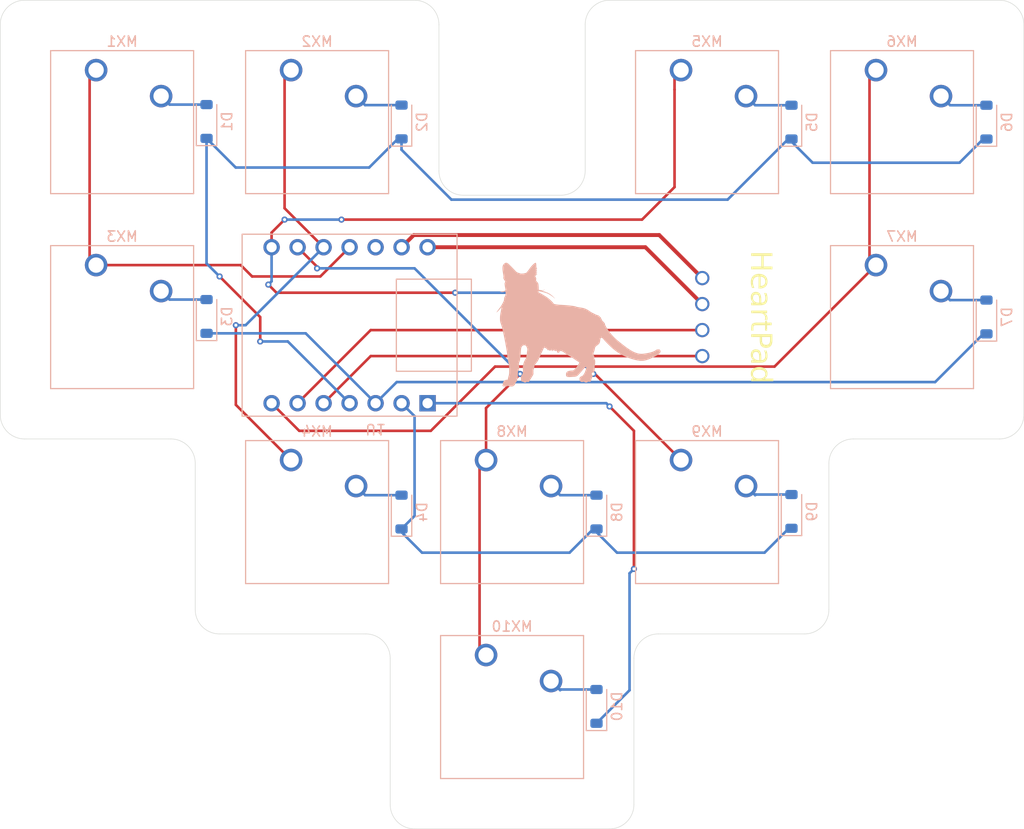
<source format=kicad_pcb>
(kicad_pcb (version 20240108) (generator "pcbnew") (generator_version "8.0")
  (layers (0 "F.Cu" signal) (31 "B.Cu" signal) (34 "B.Paste" user) (35 "F.Paste" user) (36 "B.SilkS" user "B.Silkscreen") (37 "F.SilkS" user "F.Silkscreen") (38 "B.Mask" user) (39 "F.Mask" user) (44 "Edge.Cuts" user))
  (net 0 "")
  (net 1 "ROW 0")
  (net 2 "Net-(D1-A)")
  (net 3 "Net-(D2-A)")
  (net 4 "ROW 1")
  (net 5 "Net-(D3-A)")
  (net 6 "Net-(D4-A)")
  (net 7 "ROW 2")
  (net 8 "Net-(D5-A)")
  (net 9 "Net-(D6-A)")
  (net 10 "Net-(D7-A)")
  (net 11 "Net-(D8-A)")
  (net 12 "Net-(D9-A)")
  (net 13 "ROW 3")
  (net 14 "Net-(D10-A)")
  (net 15 "VCC")
  (net 16 "COL 0")
  (net 17 "COL 1")
  (net 18 "COL 3")
  (net 19 "COL 4")
  (net 20 "COL 2")
  (net 21 "GND")
  (net 23 "Net-(OL1-SDA)")
  (net 24 "Net-(OL1-SCL)")
  (footprint "kbd:OLED" (layer "F.Cu") (at 145.58375 68.2625 90)
    (property "Reference" "OL1")
    (property "Value" "OLED" (hide yes))
    (pad "1" thru_hole circle (at -3.81 0 90) (size 1.4 1.4) (drill 1) (layers "*.Cu" "*.Mask") (net 23 "Net-(OL1-SDA)"))
    (pad "2" thru_hole circle (at -1.27 0 90) (size 1.4 1.4) (drill 1) (layers "*.Cu" "*.Mask") (net 24 "Net-(OL1-SCL)"))
    (pad "3" thru_hole circle (at 1.27 0 90) (size 1.4 1.4) (drill 1) (layers "*.Cu" "*.Mask") (net 15 "VCC"))
    (pad "4" thru_hole circle (at 3.81 0 90) (size 1.4 1.4) (drill 1) (layers "*.Cu" "*.Mask") (net 21 "GND"))
  )
  (footprint "Button_Switch_Keyboard:SW_Cherry_MX_1.00u_PCB" (layer "B.Cu") (at 105.41 44.1325 180)
    (property "Reference" "MX2" (at -2.54 2.794 0) (layer "B.SilkS") (effects (justify mirror)))
    (property "Value" "MX-NoLED")
    (pad "" np_thru_hole circle (at -7.62 -5.08 180) (size 1.7 1.7) (drill 1.7) (layers "*.Cu" "*.Mask"))
    (pad "" np_thru_hole circle (at -2.54 -5.08 180) (size 4 4) (drill 4) (layers "*.Cu" "*.Mask"))
    (pad "" np_thru_hole circle (at 2.54 -5.08 180) (size 1.7 1.7) (drill 1.7) (layers "*.Cu" "*.Mask"))
    (pad "1" thru_hole circle (at 0 0 180) (size 2.2 2.2) (drill 1.5) (layers "*.Cu" "*.Mask") (net 17 "COL 1"))
    (pad "2" thru_hole circle (at -6.35 -2.54 180) (size 2.2 2.2) (drill 1.5) (layers "*.Cu" "*.Mask") (net 3 "Net-(D2-A)"))
  )
  (footprint "Diode_SMD:D_SOD-123" (layer "B.Cu") (at 154.3 49.2125 90)
    (property "Reference" "D5" (at 0 2 90) (layer "B.SilkS") (effects (justify mirror)))
    (property "Value" "D_Small")
    (pad "1" smd roundrect (at -1.65 0 90) (size 0.9 1.2) (layers "B.Cu" "B.Paste" "B.Mask") (net 1 "ROW 0"))
    (pad "2" smd roundrect (at 1.65 0 90) (size 0.9 1.2) (layers "B.Cu" "B.Paste" "B.Mask") (net 8 "Net-(D5-A)"))
  )
  (footprint "Diode_SMD:D_SOD-123" (layer "B.Cu") (at 116.2 87.3125 90)
    (property "Reference" "D4" (at 0 2 90) (layer "B.SilkS") (effects (justify mirror)))
    (property "Value" "D_Small")
    (pad "1" smd roundrect (at -1.65 0 90) (size 0.9 1.2) (layers "B.Cu" "B.Paste" "B.Mask") (net 7 "ROW 2"))
    (pad "2" smd roundrect (at 1.65 0 90) (size 0.9 1.2) (layers "B.Cu" "B.Paste" "B.Mask") (net 6 "Net-(D4-A)"))
  )
  (footprint "Button_Switch_Keyboard:SW_Cherry_MX_1.00u_PCB" (layer "B.Cu") (at 143.51 44.1325 180)
    (property "Reference" "MX5" (at -2.54 2.794 0) (layer "B.SilkS") (effects (justify mirror)))
    (property "Value" "MX-NoLED")
    (pad "" np_thru_hole circle (at -7.62 -5.08 180) (size 1.7 1.7) (drill 1.7) (layers "*.Cu" "*.Mask"))
    (pad "" np_thru_hole circle (at -2.54 -5.08 180) (size 4 4) (drill 4) (layers "*.Cu" "*.Mask"))
    (pad "" np_thru_hole circle (at 2.54 -5.08 180) (size 1.7 1.7) (drill 1.7) (layers "*.Cu" "*.Mask"))
    (pad "1" thru_hole circle (at 0 0 180) (size 2.2 2.2) (drill 1.5) (layers "*.Cu" "*.Mask") (net 18 "COL 3"))
    (pad "2" thru_hole circle (at -6.35 -2.54 180) (size 2.2 2.2) (drill 1.5) (layers "*.Cu" "*.Mask") (net 8 "Net-(D5-A)"))
  )
  (footprint "Button_Switch_Keyboard:SW_Cherry_MX_1.00u_PCB" (layer "B.Cu") (at 105.41 82.2325 180)
    (property "Reference" "MX4" (at -2.54 2.794 0) (layer "B.SilkS") (effects (justify mirror)))
    (property "Value" "MX-NoLED")
    (pad "" np_thru_hole circle (at -7.62 -5.08 180) (size 1.7 1.7) (drill 1.7) (layers "*.Cu" "*.Mask"))
    (pad "" np_thru_hole circle (at -2.54 -5.08 180) (size 4 4) (drill 4) (layers "*.Cu" "*.Mask"))
    (pad "" np_thru_hole circle (at 2.54 -5.08 180) (size 1.7 1.7) (drill 1.7) (layers "*.Cu" "*.Mask"))
    (pad "1" thru_hole circle (at 0 0 180) (size 2.2 2.2) (drill 1.5) (layers "*.Cu" "*.Mask") (net 17 "COL 1"))
    (pad "2" thru_hole circle (at -6.35 -2.54 180) (size 2.2 2.2) (drill 1.5) (layers "*.Cu" "*.Mask") (net 6 "Net-(D4-A)"))
  )
  (footprint "Diode_SMD:D_SOD-123" (layer "B.Cu") (at 97.15 49.15 90)
    (property "Reference" "D1" (at 0 2 90) (layer "B.SilkS") (effects (justify mirror)))
    (property "Value" "D_Small")
    (pad "1" smd roundrect (at -1.65 0 90) (size 0.9 1.2) (layers "B.Cu" "B.Paste" "B.Mask") (net 1 "ROW 0"))
    (pad "2" smd roundrect (at 1.65 0 90) (size 0.9 1.2) (layers "B.Cu" "B.Paste" "B.Mask") (net 2 "Net-(D1-A)"))
  )
  (footprint "XIAO_PCB:MOUDLE14P-2.54-21X17.8MM" (layer "B.Cu") (at 111.125 69.05625)
    (property "Reference" "U1" (at 2.54 10.16 180) (layer "B.SilkS") (effects (justify mirror)))
    (property "Value" "MOUDLE-SEEEDUINO-XIAO")
    (pad "1" thru_hole rect (at 7.62 7.62) (size 1.6 1.6) (drill 1) (layers "*.Cu" "*.Mask") (net 13 "ROW 3"))
    (pad "2" thru_hole circle (at 5.08 7.62) (size 1.6 1.6) (drill 1) (layers "*.Cu" "*.Mask") (net 7 "ROW 2"))
    (pad "3" thru_hole circle (at 2.54 7.62) (size 1.6 1.6) (drill 1) (layers "*.Cu" "*.Mask") (net 4 "ROW 1"))
    (pad "4" thru_hole circle (at 0 7.62) (size 1.6 1.6) (drill 1) (layers "*.Cu" "*.Mask") (net 1 "ROW 0"))
    (pad "5" thru_hole circle (at -2.54 7.62) (size 1.6 1.6) (drill 1) (layers "*.Cu" "*.Mask") (net 23 "Net-(OL1-SDA)"))
    (pad "6" thru_hole circle (at -5.08 7.62) (size 1.6 1.6) (drill 1) (layers "*.Cu" "*.Mask") (net 24 "Net-(OL1-SCL)"))
    (pad "7" thru_hole circle (at -7.62 7.62) (size 1.6 1.6) (drill 1) (layers "*.Cu" "*.Mask") (net 19 "COL 4"))
    (pad "8" thru_hole circle (at -7.62 -7.62) (size 1.6 1.6) (drill 1) (layers "*.Cu" "*.Mask") (net 18 "COL 3"))
    (pad "9" thru_hole circle (at -5.08 -7.62) (size 1.6 1.6) (drill 1) (layers "*.Cu" "*.Mask") (net 20 "COL 2"))
    (pad "10" thru_hole circle (at -2.54 -7.62) (size 1.6 1.6) (drill 1) (layers "*.Cu" "*.Mask") (net 17 "COL 1"))
    (pad "11" thru_hole circle (at 0 -7.62) (size 1.6 1.6) (drill 1) (layers "*.Cu" "*.Mask") (net 16 "COL 0"))
    (pad "12" thru_hole circle (at 2.54 -7.62) (size 1.6 1.6) (drill 1) (layers "*.Cu" "*.Mask"))
    (pad "13" thru_hole circle (at 5.08 -7.62) (size 1.6 1.6) (drill 1) (layers "*.Cu" "*.Mask") (net 21 "GND"))
    (pad "14" thru_hole circle (at 7.62 -7.62) (size 1.6 1.6) (drill 1) (layers "*.Cu" "*.Mask") (net 15 "VCC"))
  )
  (footprint "Diode_SMD:D_SOD-123" (layer "B.Cu") (at 135.25 106.3 90)
    (property "Reference" "D10" (at 0 2 90) (layer "B.SilkS") (effects (justify mirror)))
    (property "Value" "D_Small")
    (pad "1" smd roundrect (at -1.65 0 90) (size 0.9 1.2) (layers "B.Cu" "B.Paste" "B.Mask") (net 13 "ROW 3"))
    (pad "2" smd roundrect (at 1.65 0 90) (size 0.9 1.2) (layers "B.Cu" "B.Paste" "B.Mask") (net 14 "Net-(D10-A)"))
  )
  (footprint "Button_Switch_Keyboard:SW_Cherry_MX_1.00u_PCB" (layer "B.Cu") (at 124.46 82.2325 180)
    (property "Reference" "MX8" (at -2.54 2.794 0) (layer "B.SilkS") (effects (justify mirror)))
    (property "Value" "MX-NoLED")
    (pad "" np_thru_hole circle (at -7.62 -5.08 180) (size 1.7 1.7) (drill 1.7) (layers "*.Cu" "*.Mask"))
    (pad "" np_thru_hole circle (at -2.54 -5.08 180) (size 4 4) (drill 4) (layers "*.Cu" "*.Mask"))
    (pad "" np_thru_hole circle (at 2.54 -5.08 180) (size 1.7 1.7) (drill 1.7) (layers "*.Cu" "*.Mask"))
    (pad "1" thru_hole circle (at 0 0 180) (size 2.2 2.2) (drill 1.5) (layers "*.Cu" "*.Mask") (net 20 "COL 2"))
    (pad "2" thru_hole circle (at -6.35 -2.54 180) (size 2.2 2.2) (drill 1.5) (layers "*.Cu" "*.Mask") (net 11 "Net-(D8-A)"))
  )
  (footprint "Button_Switch_Keyboard:SW_Cherry_MX_1.00u_PCB" (layer "B.Cu") (at 143.51 82.2325 180)
    (property "Reference" "MX9" (at -2.54 2.794 0) (layer "B.SilkS") (effects (justify mirror)))
    (property "Value" "MX-NoLED")
    (pad "" np_thru_hole circle (at -7.62 -5.08 180) (size 1.7 1.7) (drill 1.7) (layers "*.Cu" "*.Mask"))
    (pad "" np_thru_hole circle (at -2.54 -5.08 180) (size 4 4) (drill 4) (layers "*.Cu" "*.Mask"))
    (pad "" np_thru_hole circle (at 2.54 -5.08 180) (size 1.7 1.7) (drill 1.7) (layers "*.Cu" "*.Mask"))
    (pad "1" thru_hole circle (at 0 0 180) (size 2.2 2.2) (drill 1.5) (layers "*.Cu" "*.Mask") (net 18 "COL 3"))
    (pad "2" thru_hole circle (at -6.35 -2.54 180) (size 2.2 2.2) (drill 1.5) (layers "*.Cu" "*.Mask") (net 12 "Net-(D9-A)"))
  )
  (footprint "Button_Switch_Keyboard:SW_Cherry_MX_1.00u_PCB" (layer "B.Cu") (at 86.36 44.1325 180)
    (property "Reference" "MX1" (at -2.54 2.794 0) (layer "B.SilkS") (effects (justify mirror)))
    (property "Value" "MX-NoLED")
    (pad "" np_thru_hole circle (at -7.62 -5.08 180) (size 1.7 1.7) (drill 1.7) (layers "*.Cu" "*.Mask"))
    (pad "" np_thru_hole circle (at -2.54 -5.08 180) (size 4 4) (drill 4) (layers "*.Cu" "*.Mask"))
    (pad "" np_thru_hole circle (at 2.54 -5.08 180) (size 1.7 1.7) (drill 1.7) (layers "*.Cu" "*.Mask"))
    (pad "1" thru_hole circle (at 0 0 180) (size 2.2 2.2) (drill 1.5) (layers "*.Cu" "*.Mask") (net 16 "COL 0"))
    (pad "2" thru_hole circle (at -6.35 -2.54 180) (size 2.2 2.2) (drill 1.5) (layers "*.Cu" "*.Mask") (net 2 "Net-(D1-A)"))
  )
  (footprint "Diode_SMD:D_SOD-123" (layer "B.Cu") (at 135.25 87.3125 90)
    (property "Reference" "D8" (at 0 2 90) (layer "B.SilkS") (effects (justify mirror)))
    (property "Value" "D_Small")
    (pad "1" smd roundrect (at -1.65 0 90) (size 0.9 1.2) (layers "B.Cu" "B.Paste" "B.Mask") (net 7 "ROW 2"))
    (pad "2" smd roundrect (at 1.65 0 90) (size 0.9 1.2) (layers "B.Cu" "B.Paste" "B.Mask") (net 11 "Net-(D8-A)"))
  )
  (footprint "Button_Switch_Keyboard:SW_Cherry_MX_1.00u_PCB" (layer "B.Cu") (at 124.46 101.2825 180)
    (property "Reference" "MX10" (at -2.54 2.794 0) (layer "B.SilkS") (effects (justify mirror)))
    (property "Value" "MX-NoLED")
    (pad "" np_thru_hole circle (at -7.62 -5.08 180) (size 1.7 1.7) (drill 1.7) (layers "*.Cu" "*.Mask"))
    (pad "" np_thru_hole circle (at -2.54 -5.08 180) (size 4 4) (drill 4) (layers "*.Cu" "*.Mask"))
    (pad "" np_thru_hole circle (at 2.54 -5.08 180) (size 1.7 1.7) (drill 1.7) (layers "*.Cu" "*.Mask"))
    (pad "1" thru_hole circle (at 0 0 180) (size 2.2 2.2) (drill 1.5) (layers "*.Cu" "*.Mask") (net 20 "COL 2"))
    (pad "2" thru_hole circle (at -6.35 -2.54 180) (size 2.2 2.2) (drill 1.5) (layers "*.Cu" "*.Mask") (net 14 "Net-(D10-A)"))
  )
  (footprint "Button_Switch_Keyboard:SW_Cherry_MX_1.00u_PCB" (layer "B.Cu") (at 162.56 44.1325 180)
    (property "Reference" "MX6" (at -2.54 2.794 0) (layer "B.SilkS") (effects (justify mirror)))
    (property "Value" "MX-NoLED")
    (pad "" np_thru_hole circle (at -7.62 -5.08 180) (size 1.7 1.7) (drill 1.7) (layers "*.Cu" "*.Mask"))
    (pad "" np_thru_hole circle (at -2.54 -5.08 180) (size 4 4) (drill 4) (layers "*.Cu" "*.Mask"))
    (pad "" np_thru_hole circle (at 2.54 -5.08 180) (size 1.7 1.7) (drill 1.7) (layers "*.Cu" "*.Mask"))
    (pad "1" thru_hole circle (at 0 0 180) (size 2.2 2.2) (drill 1.5) (layers "*.Cu" "*.Mask") (net 19 "COL 4"))
    (pad "2" thru_hole circle (at -6.35 -2.54 180) (size 2.2 2.2) (drill 1.5) (layers "*.Cu" "*.Mask") (net 9 "Net-(D6-A)"))
  )
  (footprint "Diode_SMD:D_SOD-123" (layer "B.Cu") (at 116.2 49.2 90)
    (property "Reference" "D2" (at 0 2 90) (layer "B.SilkS") (effects (justify mirror)))
    (property "Value" "D_Small")
    (pad "1" smd roundrect (at -1.65 0 90) (size 0.9 1.2) (layers "B.Cu" "B.Paste" "B.Mask") (net 1 "ROW 0"))
    (pad "2" smd roundrect (at 1.65 0 90) (size 0.9 1.2) (layers "B.Cu" "B.Paste" "B.Mask") (net 3 "Net-(D2-A)"))
  )
  (footprint "Button_Switch_Keyboard:SW_Cherry_MX_1.00u_PCB" (layer "B.Cu") (at 86.36 63.1825 180)
    (property "Reference" "MX3" (at -2.54 2.794 0) (layer "B.SilkS") (effects (justify mirror)))
    (property "Value" "MX-NoLED")
    (pad "" np_thru_hole circle (at -7.62 -5.08 180) (size 1.7 1.7) (drill 1.7) (layers "*.Cu" "*.Mask"))
    (pad "" np_thru_hole circle (at -2.54 -5.08 180) (size 4 4) (drill 4) (layers "*.Cu" "*.Mask"))
    (pad "" np_thru_hole circle (at 2.54 -5.08 180) (size 1.7 1.7) (drill 1.7) (layers "*.Cu" "*.Mask"))
    (pad "1" thru_hole circle (at 0 0 180) (size 2.2 2.2) (drill 1.5) (layers "*.Cu" "*.Mask") (net 16 "COL 0"))
    (pad "2" thru_hole circle (at -6.35 -2.54 180) (size 2.2 2.2) (drill 1.5) (layers "*.Cu" "*.Mask") (net 5 "Net-(D3-A)"))
  )
  (footprint "Diode_SMD:D_SOD-123" (layer "B.Cu") (at 154.3 87.25 90)
    (property "Reference" "D9" (at 0 2 90) (layer "B.SilkS") (effects (justify mirror)))
    (property "Value" "D_Small")
    (pad "1" smd roundrect (at -1.65 0 90) (size 0.9 1.2) (layers "B.Cu" "B.Paste" "B.Mask") (net 7 "ROW 2"))
    (pad "2" smd roundrect (at 1.65 0 90) (size 0.9 1.2) (layers "B.Cu" "B.Paste" "B.Mask") (net 12 "Net-(D9-A)"))
  )
  (footprint "Diode_SMD:D_SOD-123" (layer "B.Cu") (at 173.35 68.25 90)
    (property "Reference" "D7" (at 0 2 90) (layer "B.SilkS") (effects (justify mirror)))
    (property "Value" "D_Small")
    (pad "1" smd roundrect (at -1.65 0 90) (size 0.9 1.2) (layers "B.Cu" "B.Paste" "B.Mask") (net 4 "ROW 1"))
    (pad "2" smd roundrect (at 1.65 0 90) (size 0.9 1.2) (layers "B.Cu" "B.Paste" "B.Mask") (net 10 "Net-(D7-A)"))
  )
  (footprint "Button_Switch_Keyboard:SW_Cherry_MX_1.00u_PCB" (layer "B.Cu") (at 162.56 63.1825 180)
    (property "Reference" "MX7" (at -2.54 2.794 0) (layer "B.SilkS") (effects (justify mirror)))
    (property "Value" "MX-NoLED")
    (pad "" np_thru_hole circle (at -7.62 -5.08 180) (size 1.7 1.7) (drill 1.7) (layers "*.Cu" "*.Mask"))
    (pad "" np_thru_hole circle (at -2.54 -5.08 180) (size 4 4) (drill 4) (layers "*.Cu" "*.Mask"))
    (pad "" np_thru_hole circle (at 2.54 -5.08 180) (size 1.7 1.7) (drill 1.7) (layers "*.Cu" "*.Mask"))
    (pad "1" thru_hole circle (at 0 0 180) (size 2.2 2.2) (drill 1.5) (layers "*.Cu" "*.Mask") (net 19 "COL 4"))
    (pad "2" thru_hole circle (at -6.35 -2.54 180) (size 2.2 2.2) (drill 1.5) (layers "*.Cu" "*.Mask") (net 10 "Net-(D7-A)"))
  )
  (footprint "kitty:kitty" (layer "B.Cu") (at 133.5 69 180)
    (property "Reference" "G***" (at 0 0 0) (layer "B.SilkS") (effects (font (size 1.5 1.5) (thickness 0.3)) (justify mirror)))
    (property "Value" "LOGO" (hide yes))
  )
  (footprint "Diode_SMD:D_SOD-123" (layer "B.Cu") (at 173.35 49.2125 90)
    (property "Reference" "D6" (at 0 2 90) (layer "B.SilkS") (effects (justify mirror)))
    (property "Value" "D_Small")
    (pad "1" smd roundrect (at -1.65 0 90) (size 0.9 1.2) (layers "B.Cu" "B.Paste" "B.Mask") (net 1 "ROW 0"))
    (pad "2" smd roundrect (at 1.65 0 90) (size 0.9 1.2) (layers "B.Cu" "B.Paste" "B.Mask") (net 9 "Net-(D6-A)"))
  )
  (footprint "Diode_SMD:D_SOD-123" (layer "B.Cu") (at 97.15 68.2 90)
    (property "Reference" "D3" (at 0 2 90) (layer "B.SilkS") (effects (justify mirror)))
    (property "Value" "D_Small")
    (pad "1" smd roundrect (at -1.65 0 90) (size 0.9 1.2) (layers "B.Cu" "B.Paste" "B.Mask") (net 4 "ROW 1"))
    (pad "2" smd roundrect (at 1.65 0 90) (size 0.9 1.2) (layers "B.Cu" "B.Paste" "B.Mask") (net 5 "Net-(D3-A)"))
  )
  (gr_line (start 174.625 37.30625) (end 136.525 37.30625) (stroke (width 0.05)) (layer "Edge.Cuts"))
  (gr_arc (start 93.6625 80.16875) (mid 95.346298 80.866202) (end 96.04375 82.55) (stroke (width 0.05)) (layer "Edge.Cuts"))
  (gr_arc (start 134.14375 53.975) (mid 133.446298 55.658798) (end 131.7625 56.35625) (stroke (width 0.05)) (layer "Edge.Cuts"))
  (gr_arc (start 138.90625 115.8875) (mid 138.208798 117.571298) (end 136.525 118.26875) (stroke (width 0.05)) (layer "Edge.Cuts"))
  (gr_line (start 160.3375 80.16875) (end 174.625 80.16875) (stroke (width 0.05)) (layer "Edge.Cuts"))
  (gr_line (start 76.99375 39.6875) (end 76.99375 77.7875) (stroke (width 0.05)) (layer "Edge.Cuts"))
  (gr_line (start 79.375 80.16875) (end 93.6625 80.16875) (stroke (width 0.05)) (layer "Edge.Cuts"))
  (gr_line (start 131.7625 56.35625) (end 122.2375 56.35625) (stroke (width 0.05)) (layer "Edge.Cuts"))
  (gr_arc (start 79.375 80.16875) (mid 77.691202 79.471298) (end 76.99375 77.7875) (stroke (width 0.05)) (layer "Edge.Cuts"))
  (gr_line (start 157.95625 96.8375) (end 157.95625 82.55) (stroke (width 0.05)) (layer "Edge.Cuts"))
  (gr_line (start 117.475 118.26875) (end 136.525 118.26875) (stroke (width 0.05)) (layer "Edge.Cuts"))
  (gr_arc (start 174.625 37.30625) (mid 176.308798 38.003702) (end 177.00625 39.6875) (stroke (width 0.05)) (layer "Edge.Cuts"))
  (gr_arc (start 76.99375 39.6875) (mid 77.691202 38.003702) (end 79.375 37.30625) (stroke (width 0.05)) (layer "Edge.Cuts"))
  (gr_line (start 138.90625 115.8875) (end 138.90625 101.6) (stroke (width 0.05)) (layer "Edge.Cuts"))
  (gr_line (start 119.85625 53.975) (end 119.85625 39.6875) (stroke (width 0.05)) (layer "Edge.Cuts"))
  (gr_arc (start 112.7125 99.21875) (mid 114.396298 99.916202) (end 115.09375 101.6) (stroke (width 0.05)) (layer "Edge.Cuts"))
  (gr_arc (start 157.95625 96.8375) (mid 157.258798 98.521298) (end 155.575 99.21875) (stroke (width 0.05)) (layer "Edge.Cuts"))
  (gr_line (start 117.475 37.30625) (end 79.375 37.30625) (stroke (width 0.05)) (layer "Edge.Cuts"))
  (gr_arc (start 138.90625 101.6) (mid 139.603702 99.916202) (end 141.2875 99.21875) (stroke (width 0.05)) (layer "Edge.Cuts"))
  (gr_line (start 134.14375 39.6875) (end 134.14375 53.975) (stroke (width 0.05)) (layer "Edge.Cuts"))
  (gr_line (start 177.00625 77.7875) (end 177.00625 39.6875) (stroke (width 0.05)) (layer "Edge.Cuts"))
  (gr_arc (start 177.00625 77.7875) (mid 176.308798 79.471298) (end 174.625 80.16875) (stroke (width 0.05)) (layer "Edge.Cuts"))
  (gr_arc (start 117.475 37.30625) (mid 119.158798 38.003702) (end 119.85625 39.6875) (stroke (width 0.05)) (layer "Edge.Cuts"))
  (gr_line (start 98.425 99.21875) (end 112.7125 99.21875) (stroke (width 0.05)) (layer "Edge.Cuts"))
  (gr_line (start 96.04375 82.55) (end 96.04375 96.8375) (stroke (width 0.05)) (layer "Edge.Cuts"))
  (gr_arc (start 98.425 99.21875) (mid 96.741202 98.521298) (end 96.04375 96.8375) (stroke (width 0.05)) (layer "Edge.Cuts"))
  (gr_arc (start 117.475 118.26875) (mid 115.791202 117.571298) (end 115.09375 115.8875) (stroke (width 0.05)) (layer "Edge.Cuts"))
  (gr_arc (start 134.14375 39.6875) (mid 134.841202 38.003702) (end 136.525 37.30625) (stroke (width 0.05)) (layer "Edge.Cuts"))
  (gr_arc (start 122.2375 56.35625) (mid 120.553702 55.658798) (end 119.85625 53.975) (stroke (width 0.05)) (layer "Edge.Cuts"))
  (gr_arc (start 157.95625 82.55) (mid 158.653702 80.866202) (end 160.3375 80.16875) (stroke (width 0.05)) (layer "Edge.Cuts"))
  (gr_line (start 115.09375 101.6) (end 115.09375 115.8875) (stroke (width 0.05)) (layer "Edge.Cuts"))
  (gr_line (start 141.2875 99.21875) (end 155.575 99.21875) (stroke (width 0.05)) (layer "Edge.Cuts"))
  (gr_text "HeartPad" (at 150.01875 68.2625 270) (layer "F.SilkS") (effects (font (size 2.032 2.032) (thickness 0.1)) (justify bottom)))
  (segment (start 102.39375 68.2625) (end 98.425 64.29375) (width 0.254) (layer "F.Cu") (net 1))
  (segment (start 102.39375 70.64375) (end 102.39375 68.2625) (width 0.254) (layer "F.Cu") (net 1))
  (via (at 98.425 64.29375) (size 0.6) (drill 0.3) (layers "F.Cu" "B.Cu") (net 1))
  (via (at 102.39375 70.64375) (size 0.6) (drill 0.3) (layers "F.Cu" "B.Cu") (net 1))
  (segment (start 148.064762 56.785238) (end 121.072807 56.785238) (width 0.254) (layer "B.Cu") (net 1))
  (segment (start 115.825 50.8625) (end 115.8875 50.8625) (width 0.254) (layer "B.Cu") (net 1))
  (segment (start 111.125 76.67625) (end 105.0925 70.64375) (width 0.254) (layer "B.Cu") (net 1))
  (segment (start 154.3 51.1125) (end 156.36875 53.18125) (width 0.254) (layer "B.Cu") (net 1))
  (segment (start 116.2 50.85) (end 116.2 51.912431) (width 0.254) (layer "B.Cu") (net 1))
  (segment (start 98.425 64.29375) (end 97.15 63.01875) (width 0.254) (layer "B.Cu") (net 1))
  (segment (start 170.71875 53.18125) (end 156.36875 53.18125) (width 0.254) (layer "B.Cu") (net 1))
  (segment (start 173.35 50.8625) (end 173.0375 50.8625) (width 0.254) (layer "B.Cu") (net 1))
  (segment (start 105.0925 70.64375) (end 102.39375 70.64375) (width 0.254) (layer "B.Cu") (net 1))
  (segment (start 116.2 51.912431) (end 121.072807 56.785238) (width 0.254) (layer "B.Cu") (net 1))
  (segment (start 153.9875 50.8625) (end 148.064762 56.785238) (width 0.254) (layer "B.Cu") (net 1))
  (segment (start 173.0375 50.8625) (end 170.71875 53.18125) (width 0.254) (layer "B.Cu") (net 1))
  (segment (start 154.3 50.8625) (end 153.9875 50.8625) (width 0.254) (layer "B.Cu") (net 1))
  (segment (start 154.05 50.8625) (end 153.9875 50.8625) (width 0.254) (layer "B.Cu") (net 1))
  (segment (start 100 53.65) (end 113.0375 53.65) (width 0.254) (layer "B.Cu") (net 1))
  (segment (start 154.3 50.8625) (end 154.3 51.1125) (width 0.254) (layer "B.Cu") (net 1))
  (segment (start 97.15 63.01875) (end 97.15 50.8) (width 0.254) (layer "B.Cu") (net 1))
  (segment (start 115.8375 50.85) (end 113.0375 53.65) (width 0.254) (layer "B.Cu") (net 1))
  (segment (start 97.15 50.8) (end 100 53.65) (width 0.254) (layer "B.Cu") (net 1))
  (segment (start 116.2 50.85) (end 115.8375 50.85) (width 0.254) (layer "B.Cu") (net 1))
  (segment (start 97.15 47.5) (end 93.5375 47.5) (width 0.254) (layer "B.Cu") (net 2))
  (segment (start 93.5375 47.5) (end 92.71 46.6725) (width 0.254) (layer "B.Cu") (net 2))
  (segment (start 112.6375 47.55) (end 111.76 46.6725) (width 0.254) (layer "B.Cu") (net 3))
  (segment (start 116.2 47.55) (end 112.6375 47.55) (width 0.254) (layer "B.Cu") (net 3))
  (segment (start 106.83875 69.85) (end 113.665 76.67625) (width 0.254) (layer "B.Cu") (net 4))
  (segment (start 168.3375 74.6125) (end 115.72875 74.6125) (width 0.254) (layer "B.Cu") (net 4))
  (segment (start 173.35 69.9) (end 173.05 69.9) (width 0.254) (layer "B.Cu") (net 4))
  (segment (start 173.05 69.9) (end 168.3375 74.6125) (width 0.254) (layer "B.Cu") (net 4))
  (segment (start 97.15 69.85) (end 106.83875 69.85) (width 0.254) (layer "B.Cu") (net 4))
  (segment (start 115.72875 74.6125) (end 113.665 76.67625) (width 0.254) (layer "B.Cu") (net 4))
  (segment (start 93.5375 66.55) (end 92.71 65.7225) (width 0.254) (layer "B.Cu") (net 5))
  (segment (start 97.15 66.55) (end 93.5375 66.55) (width 0.254) (layer "B.Cu") (net 5))
  (segment (start 116.2 85.6625) (end 112.65 85.6625) (width 0.254) (layer "B.Cu") (net 6))
  (segment (start 112.65 85.6625) (end 111.76 84.7725) (width 0.254) (layer "B.Cu") (net 6))
  (segment (start 117.475 77.94625) (end 116.205 76.67625) (width 0.254) (layer "B.Cu") (net 7))
  (segment (start 154.3 88.9) (end 154.05 88.9) (width 0.254) (layer "B.Cu") (net 7))
  (segment (start 116.2 88.9625) (end 117.475 87.6875) (width 0.254) (layer "B.Cu") (net 7))
  (segment (start 134.9375 88.9625) (end 137.25625 91.28125) (width 0.254) (layer "B.Cu") (net 7))
  (segment (start 132.61875 91.28125) (end 118.20625 91.28125) (width 0.254) (layer "B.Cu") (net 7))
  (segment (start 134.9375 88.9625) (end 132.61875 91.28125) (width 0.254) (layer "B.Cu") (net 7))
  (segment (start 135.25 88.9625) (end 134.9375 88.9625) (width 0.254) (layer "B.Cu") (net 7))
  (segment (start 117.475 87.6875) (end 117.475 77.94625) (width 0.254) (layer "B.Cu") (net 7))
  (segment (start 154.05 88.9) (end 151.66875 91.28125) (width 0.254) (layer "B.Cu") (net 7))
  (segment (start 137.25625 91.28125) (end 151.66875 91.28125) (width 0.254) (layer "B.Cu") (net 7))
  (segment (start 116.2 89.275) (end 118.20625 91.28125) (width 0.254) (layer "B.Cu") (net 7))
  (segment (start 116.2 88.9625) (end 116.2 89.275) (width 0.254) (layer "B.Cu") (net 7))
  (segment (start 154.3 47.5625) (end 150.75 47.5625) (width 0.254) (layer "B.Cu") (net 8))
  (segment (start 150.75 47.5625) (end 149.86 46.6725) (width 0.254) (layer "B.Cu") (net 8))
  (segment (start 173.35 47.5625) (end 169.8 47.5625) (width 0.254) (layer "B.Cu") (net 9))
  (segment (start 169.8 47.5625) (end 168.91 46.6725) (width 0.254) (layer "B.Cu") (net 9))
  (segment (start 173.35 66.6) (end 169.8125 66.6) (width 0.254) (layer "B.Cu") (net 10))
  (segment (start 169.8125 66.6) (end 169.8 66.6125) (width 0.254) (layer "B.Cu") (net 10))
  (segment (start 169.8 66.6125) (end 168.91 65.7225) (width 0.254) (layer "B.Cu") (net 10))
  (segment (start 135.25 85.6625) (end 131.7 85.6625) (width 0.254) (layer "B.Cu") (net 11))
  (segment (start 131.7 85.6625) (end 130.81 84.7725) (width 0.254) (layer "B.Cu") (net 11))
  (segment (start 150.8125 85.6) (end 150.75 85.6625) (width 0.254) (layer "B.Cu") (net 12))
  (segment (start 150.75 85.6625) (end 149.86 84.7725) (width 0.254) (layer "B.Cu") (net 12))
  (segment (start 154.3 85.6) (end 150.8125 85.6) (width 0.254) (layer "B.Cu") (net 12))
  (segment (start 138.90625 92.86875) (end 138.90625 79.375) (width 0.254) (layer "F.Cu") (net 13))
  (segment (start 138.90625 79.375) (end 136.525 76.99375) (width 0.254) (layer "F.Cu") (net 13))
  (via (at 138.90625 92.86875) (size 0.6) (drill 0.3) (layers "F.Cu" "B.Cu") (net 13))
  (via (at 136.525 76.99375) (size 0.6) (drill 0.3) (layers "F.Cu" "B.Cu") (net 13))
  (segment (start 138.47925 104.72075) (end 138.47925 93.29575) (width 0.254) (layer "B.Cu") (net 13))
  (segment (start 135.25 107.95) (end 138.47925 104.72075) (width 0.254) (layer "B.Cu") (net 13))
  (segment (start 136.2075 76.67625) (end 118.745 76.67625) (width 0.254) (layer "B.Cu") (net 13))
  (segment (start 138.47925 93.29575) (end 138.90625 92.86875) (width 0.254) (layer "B.Cu") (net 13))
  (segment (start 136.525 76.99375) (end 136.2075 76.67625) (width 0.254) (layer "B.Cu") (net 13))
  (segment (start 131.7 104.7125) (end 130.81 103.8225) (width 0.254) (layer "B.Cu") (net 14))
  (segment (start 135.25 104.65) (end 131.7625 104.65) (width 0.254) (layer "B.Cu") (net 14))
  (segment (start 131.7625 104.65) (end 131.7 104.7125) (width 0.254) (layer "B.Cu") (net 14))
  (segment (start 118.745 61.43625) (end 140.0275 61.43625) (width 0.381) (layer "F.Cu") (net 15))
  (segment (start 140.0275 61.43625) (end 145.58375 66.9925) (width 0.381) (layer "F.Cu") (net 15))
  (segment (start 85.725 62.5475) (end 86.36 63.1825) (width 0.254) (layer "F.Cu") (net 16))
  (segment (start 86.36 44.1325) (end 85.725 44.7675) (width 0.254) (layer "F.Cu") (net 16))
  (segment (start 86.36 63.1825) (end 100.48875 63.1825) (width 0.254) (layer "F.Cu") (net 16))
  (segment (start 101.6 64.29375) (end 108.2675 64.29375) (width 0.254) (layer "F.Cu") (net 16))
  (segment (start 100.48875 63.1825) (end 101.6 64.29375) (width 0.254) (layer "F.Cu") (net 16))
  (segment (start 108.2675 64.29375) (end 111.125 61.43625) (width 0.254) (layer "F.Cu") (net 16))
  (segment (start 85.725 44.7675) (end 85.725 62.5475) (width 0.254) (layer "F.Cu") (net 16))
  (segment (start 105.41 82.2325) (end 100.0125 76.835) (width 0.254) (layer "F.Cu") (net 17))
  (segment (start 100.0125 76.835) (end 100.0125 69.05625) (width 0.254) (layer "F.Cu") (net 17))
  (segment (start 104.775 44.7675) (end 104.775 57.62625) (width 0.254) (layer "F.Cu") (net 17))
  (segment (start 105.41 44.1325) (end 104.775 44.7675) (width 0.254) (layer "F.Cu") (net 17))
  (segment (start 104.775 57.62625) (end 108.585 61.43625) (width 0.254) (layer "F.Cu") (net 17))
  (via (at 100.0125 69.05625) (size 0.6) (drill 0.3) (layers "F.Cu" "B.Cu") (net 17))
  (segment (start 100.0125 69.05625) (end 100.965 69.05625) (width 0.254) (layer "B.Cu") (net 17))
  (segment (start 100.965 69.05625) (end 108.585 61.43625) (width 0.254) (layer "B.Cu") (net 17))
  (segment (start 103.505 61.43625) (end 102.87 61.43625) (width 0.254) (layer "F.Cu") (net 18))
  (segment (start 142.875 46.0375) (end 142.875 55.5625) (width 0.254) (layer "F.Cu") (net 18))
  (segment (start 103.505 60.0075) (end 103.505 61.43625) (width 0.254) (layer "F.Cu") (net 18))
  (segment (start 139.7 58.7375) (end 110.33125 58.7375) (width 0.254) (layer "F.Cu") (net 18))
  (segment (start 142.875 44.7675) (end 142.875 46.0375) (width 0.254) (layer "F.Cu") (net 18))
  (segment (start 121.44375 65.88125) (end 103.98125 65.88125) (width 0.254) (layer "F.Cu") (net 18))
  (segment (start 142.875 55.5625) (end 139.7 58.7375) (width 0.254) (layer "F.Cu") (net 18))
  (segment (start 104.775 58.7375) (end 103.505 60.0075) (width 0.254) (layer "F.Cu") (net 18))
  (segment (start 143.51 82.2325) (end 135.09625 73.81875) (width 0.254) (layer "F.Cu") (net 18))
  (segment (start 143.51 44.1325) (end 142.875 44.7675) (width 0.254) (layer "F.Cu") (net 18))
  (segment (start 135.09625 73.81875) (end 134.9375 73.81875) (width 0.254) (layer "F.Cu") (net 18))
  (segment (start 103.98125 65.88125) (end 103.1875 65.0875) (width 0.254) (layer "F.Cu") (net 18))
  (via (at 103.1875 65.0875) (size 0.6) (drill 0.3) (layers "F.Cu" "B.Cu") (net 18))
  (via (at 134.9375 73.81875) (size 0.6) (drill 0.3) (layers "F.Cu" "B.Cu") (net 18))
  (via (at 104.775 58.7375) (size 0.6) (drill 0.3) (layers "F.Cu" "B.Cu") (net 18))
  (via (at 121.44375 65.88125) (size 0.6) (drill 0.3) (layers "F.Cu" "B.Cu") (net 18))
  (via (at 110.33125 58.7375) (size 0.6) (drill 0.3) (layers "F.Cu" "B.Cu") (net 18))
  (segment (start 110.33125 58.7375) (end 104.775 58.7375) (width 0.254) (layer "B.Cu") (net 18))
  (segment (start 103.1875 65.0875) (end 103.505 64.77) (width 0.254) (layer "B.Cu") (net 18))
  (segment (start 134.9375 73.81875) (end 127 65.88125) (width 0.254) (layer "B.Cu") (net 18))
  (segment (start 103.505 64.77) (end 103.505 61.43625) (width 0.254) (layer "B.Cu") (net 18))
  (segment (start 127 65.88125) (end 121.44375 65.88125) (width 0.254) (layer "B.Cu") (net 18))
  (segment (start 161.925 44.7675) (end 162.56 44.1325) (width 0.254) (layer "F.Cu") (net 19))
  (segment (start 152.643 73.0995) (end 125.338 73.0995) (width 0.254) (layer "F.Cu") (net 19))
  (segment (start 162.56 63.1825) (end 161.925 62.5475) (width 0.254) (layer "F.Cu") (net 19))
  (segment (start 106.20375 79.375) (end 103.505 76.67625) (width 0.254) (layer "F.Cu") (net 19))
  (segment (start 162.56 63.1825) (end 152.643 73.0995) (width 0.254) (layer "F.Cu") (net 19))
  (segment (start 119.0625 79.375) (end 106.20375 79.375) (width 0.254) (layer "F.Cu") (net 19))
  (segment (start 161.925 62.5475) (end 161.925 44.7675) (width 0.254) (layer "F.Cu") (net 19))
  (segment (start 125.338 73.0995) (end 119.0625 79.375) (width 0.254) (layer "F.Cu") (net 19))
  (segment (start 124.46 77.1525) (end 127.79375 73.81875) (width 0.254) (layer "F.Cu") (net 20))
  (segment (start 124.46 82.2325) (end 124.46 77.1525) (width 0.254) (layer "F.Cu") (net 20))
  (segment (start 107.95 63.5) (end 107.95 63.34125) (width 0.254) (layer "F.Cu") (net 20))
  (segment (start 123.825 82.8675) (end 124.46 82.2325) (width 0.254) (layer "F.Cu") (net 20))
  (segment (start 124.46 101.2825) (end 123.825 100.6475) (width 0.254) (layer "F.Cu") (net 20))
  (segment (start 107.95 63.34125) (end 106.045 61.43625) (width 0.254) (layer "F.Cu") (net 20))
  (segment (start 123.825 100.6475) (end 123.825 82.8675) (width 0.254) (layer "F.Cu") (net 20))
  (via (at 107.95 63.5) (size 0.6) (drill 0.3) (layers "F.Cu" "B.Cu") (net 20))
  (via (at 127.79375 73.81875) (size 0.6) (drill 0.3) (layers "F.Cu" "B.Cu") (net 20))
  (segment (start 117.475 63.5) (end 107.95 63.5) (width 0.254) (layer "B.Cu") (net 20))
  (segment (start 106.045 61.975066) (end 106.314408 61.705658) (width 0.254) (layer "B.Cu") (net 20))
  (segment (start 127.79375 73.81875) (end 117.475 63.5) (width 0.254) (layer "B.Cu") (net 20))
  (segment (start 141.377 60.24575) (end 145.58375 64.4525) (width 0.381) (layer "F.Cu") (net 21))
  (segment (start 116.205 61.43625) (end 117.3955 60.24575) (width 0.381) (layer "F.Cu") (net 21))
  (segment (start 117.3955 60.24575) (end 141.377 60.24575) (width 0.381) (layer "F.Cu") (net 21))
  (segment (start 145.58375 72.0725) (end 113.18875 72.0725) (width 0.254) (layer "F.Cu") (net 23))
  (segment (start 113.18875 72.0725) (end 108.585 76.67625) (width 0.254) (layer "F.Cu") (net 23))
  (segment (start 145.58375 69.5325) (end 113.18875 69.5325) (width 0.254) (layer "F.Cu") (net 24))
  (segment (start 113.18875 69.5325) (end 106.045 76.67625) (width 0.254) (layer "F.Cu") (net 24))
)
</source>
